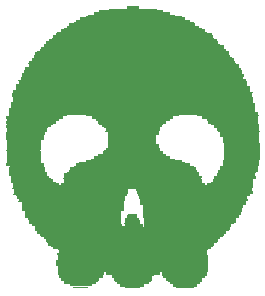
<source format=gbo>
G75*
%MOIN*%
%OFA0B0*%
%FSLAX24Y24*%
%IPPOS*%
%LPD*%
%AMOC8*
5,1,8,0,0,1.08239X$1,22.5*
%
%ADD10R,0.0500X0.0033*%
%ADD11R,0.0633X0.0033*%
%ADD12R,0.0800X0.0033*%
%ADD13R,0.0833X0.0033*%
%ADD14R,0.0766X0.0033*%
%ADD15R,0.0766X0.0033*%
%ADD16R,0.0800X0.0033*%
%ADD17R,0.0833X0.0033*%
%ADD18R,0.1067X0.0033*%
%ADD19R,0.1066X0.0033*%
%ADD20R,0.0967X0.0033*%
%ADD21R,0.1166X0.0033*%
%ADD22R,0.1167X0.0033*%
%ADD23R,0.1133X0.0033*%
%ADD24R,0.1267X0.0033*%
%ADD25R,0.1266X0.0033*%
%ADD26R,0.1200X0.0033*%
%ADD27R,0.1267X0.0033*%
%ADD28R,0.1266X0.0033*%
%ADD29R,0.1200X0.0033*%
%ADD30R,0.1434X0.0033*%
%ADD31R,0.1333X0.0033*%
%ADD32R,0.1400X0.0033*%
%ADD33R,0.1434X0.0033*%
%ADD34R,0.1400X0.0033*%
%ADD35R,0.1500X0.0033*%
%ADD36R,0.1566X0.0033*%
%ADD37R,0.1833X0.0033*%
%ADD38R,0.1500X0.0033*%
%ADD39R,0.1566X0.0033*%
%ADD40R,0.1833X0.0033*%
%ADD41R,0.5033X0.0033*%
%ADD42R,0.5033X0.0033*%
%ADD43R,0.5067X0.0033*%
%ADD44R,0.5067X0.0033*%
%ADD45R,0.5000X0.0033*%
%ADD46R,0.5000X0.0033*%
%ADD47R,0.4934X0.0033*%
%ADD48R,0.4934X0.0033*%
%ADD49R,0.5267X0.0033*%
%ADD50R,0.5267X0.0033*%
%ADD51R,0.5400X0.0033*%
%ADD52R,0.5533X0.0033*%
%ADD53R,0.5533X0.0033*%
%ADD54R,0.5667X0.0033*%
%ADD55R,0.5766X0.0033*%
%ADD56R,0.5766X0.0033*%
%ADD57R,0.5867X0.0033*%
%ADD58R,0.6067X0.0033*%
%ADD59R,0.6133X0.0033*%
%ADD60R,0.6300X0.0033*%
%ADD61R,0.6300X0.0033*%
%ADD62R,0.6467X0.0033*%
%ADD63R,0.6500X0.0033*%
%ADD64R,0.6500X0.0033*%
%ADD65R,0.3633X0.0033*%
%ADD66R,0.2900X0.0033*%
%ADD67R,0.2967X0.0033*%
%ADD68R,0.0633X0.0033*%
%ADD69R,0.2967X0.0033*%
%ADD70R,0.2900X0.0033*%
%ADD71R,0.3067X0.0033*%
%ADD72R,0.0533X0.0033*%
%ADD73R,0.3000X0.0033*%
%ADD74R,0.0500X0.0033*%
%ADD75R,0.3066X0.0033*%
%ADD76R,0.3067X0.0033*%
%ADD77R,0.3066X0.0033*%
%ADD78R,0.3100X0.0033*%
%ADD79R,0.0434X0.0033*%
%ADD80R,0.3100X0.0033*%
%ADD81R,0.0434X0.0033*%
%ADD82R,0.3200X0.0033*%
%ADD83R,0.0333X0.0033*%
%ADD84R,0.3200X0.0033*%
%ADD85R,0.0333X0.0033*%
%ADD86R,0.0300X0.0033*%
%ADD87R,0.3234X0.0033*%
%ADD88R,0.3233X0.0033*%
%ADD89R,0.3233X0.0033*%
%ADD90R,0.3234X0.0033*%
%ADD91R,0.3300X0.0033*%
%ADD92R,0.3400X0.0033*%
%ADD93R,0.3400X0.0033*%
%ADD94R,0.3300X0.0033*%
%ADD95R,0.3334X0.0033*%
%ADD96R,0.3433X0.0033*%
%ADD97R,0.3334X0.0033*%
%ADD98R,0.3433X0.0033*%
%ADD99R,0.3534X0.0033*%
%ADD100R,0.3534X0.0033*%
%ADD101R,0.3533X0.0033*%
%ADD102R,0.3566X0.0033*%
%ADD103R,0.3567X0.0033*%
%ADD104R,0.3566X0.0033*%
%ADD105R,0.3567X0.0033*%
%ADD106R,0.3633X0.0033*%
%ADD107R,0.3700X0.0033*%
%ADD108R,0.3733X0.0033*%
%ADD109R,0.3800X0.0033*%
%ADD110R,0.3733X0.0033*%
%ADD111R,0.3833X0.0033*%
%ADD112R,0.3834X0.0033*%
%ADD113R,0.3833X0.0033*%
%ADD114R,0.3834X0.0033*%
%ADD115R,0.3867X0.0033*%
%ADD116R,0.8000X0.0033*%
%ADD117R,0.8033X0.0033*%
%ADD118R,0.8033X0.0033*%
%ADD119R,0.4800X0.0033*%
%ADD120R,0.1533X0.0033*%
%ADD121R,0.4633X0.0033*%
%ADD122R,0.4633X0.0033*%
%ADD123R,0.1333X0.0033*%
%ADD124R,0.1334X0.0033*%
%ADD125R,0.4600X0.0033*%
%ADD126R,0.1367X0.0033*%
%ADD127R,0.1234X0.0033*%
%ADD128R,0.4567X0.0033*%
%ADD129R,0.1234X0.0033*%
%ADD130R,0.4567X0.0033*%
%ADD131R,0.1367X0.0033*%
%ADD132R,0.4500X0.0033*%
%ADD133R,0.4500X0.0033*%
%ADD134R,0.4400X0.0033*%
%ADD135R,0.4266X0.0033*%
%ADD136R,0.4266X0.0033*%
%ADD137R,0.1334X0.0033*%
%ADD138R,0.4167X0.0033*%
%ADD139R,0.4167X0.0033*%
%ADD140R,0.1166X0.0033*%
%ADD141R,0.4033X0.0033*%
%ADD142R,0.3767X0.0033*%
%ADD143R,0.1167X0.0033*%
%ADD144R,0.3767X0.0033*%
%ADD145R,0.2800X0.0033*%
%ADD146R,0.2566X0.0033*%
%ADD147R,0.2566X0.0033*%
%ADD148R,0.2267X0.0033*%
%ADD149R,0.2267X0.0033*%
%ADD150R,0.2033X0.0033*%
%ADD151R,0.2033X0.0033*%
%ADD152R,0.1133X0.0033*%
%ADD153R,0.1867X0.0033*%
%ADD154R,0.1700X0.0033*%
%ADD155R,0.1700X0.0033*%
%ADD156R,0.1600X0.0033*%
%ADD157R,0.1600X0.0033*%
%ADD158R,0.1300X0.0033*%
%ADD159R,0.1300X0.0033*%
%ADD160R,0.1366X0.0033*%
%ADD161R,0.1800X0.0033*%
%ADD162R,0.1366X0.0033*%
%ADD163R,0.2000X0.0033*%
%ADD164R,0.2000X0.0033*%
%ADD165R,0.2133X0.0033*%
%ADD166R,0.1666X0.0033*%
%ADD167R,0.1667X0.0033*%
%ADD168R,0.1666X0.0033*%
%ADD169R,0.1667X0.0033*%
%ADD170R,0.1766X0.0033*%
%ADD171R,0.2466X0.0033*%
%ADD172R,0.1766X0.0033*%
%ADD173R,0.2466X0.0033*%
%ADD174R,0.1900X0.0033*%
%ADD175R,0.2700X0.0033*%
%ADD176R,0.1900X0.0033*%
%ADD177R,0.2700X0.0033*%
%ADD178R,0.1867X0.0033*%
%ADD179R,0.1933X0.0033*%
%ADD180R,0.2034X0.0033*%
%ADD181R,0.8300X0.0033*%
%ADD182R,0.8300X0.0033*%
%ADD183R,0.8200X0.0033*%
%ADD184R,0.8200X0.0033*%
%ADD185R,0.8134X0.0033*%
%ADD186R,0.8134X0.0033*%
%ADD187R,0.8067X0.0033*%
%ADD188R,0.8000X0.0033*%
%ADD189R,0.7967X0.0033*%
%ADD190R,0.7900X0.0033*%
%ADD191R,0.7800X0.0033*%
%ADD192R,0.7800X0.0033*%
%ADD193R,0.7700X0.0033*%
%ADD194R,0.7633X0.0033*%
%ADD195R,0.7633X0.0033*%
%ADD196R,0.7600X0.0033*%
%ADD197R,0.7500X0.0033*%
%ADD198R,0.7400X0.0033*%
%ADD199R,0.7400X0.0033*%
%ADD200R,0.7367X0.0033*%
%ADD201R,0.7367X0.0033*%
%ADD202R,0.7333X0.0033*%
%ADD203R,0.7266X0.0033*%
%ADD204R,0.7266X0.0033*%
%ADD205R,0.7167X0.0033*%
%ADD206R,0.7167X0.0033*%
%ADD207R,0.7133X0.0033*%
%ADD208R,0.7033X0.0033*%
%ADD209R,0.7033X0.0033*%
%ADD210R,0.6933X0.0033*%
%ADD211R,0.6834X0.0033*%
%ADD212R,0.6834X0.0033*%
%ADD213R,0.6734X0.0033*%
%ADD214R,0.6734X0.0033*%
%ADD215R,0.6567X0.0033*%
%ADD216R,0.6533X0.0033*%
%ADD217R,0.6533X0.0033*%
%ADD218R,0.6467X0.0033*%
%ADD219R,0.6400X0.0033*%
%ADD220R,0.6200X0.0033*%
%ADD221R,0.6200X0.0033*%
%ADD222R,0.6100X0.0033*%
%ADD223R,0.6100X0.0033*%
%ADD224R,0.5967X0.0033*%
%ADD225R,0.5867X0.0033*%
%ADD226R,0.5633X0.0033*%
%ADD227R,0.5433X0.0033*%
%ADD228R,0.5334X0.0033*%
%ADD229R,0.5334X0.0033*%
%ADD230R,0.5167X0.0033*%
%ADD231R,0.4800X0.0033*%
%ADD232R,0.4400X0.0033*%
%ADD233R,0.4200X0.0033*%
%ADD234R,0.4200X0.0033*%
%ADD235R,0.3500X0.0033*%
%ADD236R,0.3500X0.0033*%
%ADD237R,0.2133X0.0033*%
%ADD238R,0.1567X0.0033*%
%ADD239R,0.0367X0.0033*%
%ADD240R,0.0367X0.0033*%
D10*
X003584Y012029D03*
X005317Y012029D03*
X005317Y014229D03*
D11*
X005350Y014129D03*
X007050Y012029D03*
D12*
X005301Y012062D03*
X005301Y012095D03*
D13*
X007050Y012095D03*
X007050Y012062D03*
D14*
X003584Y012095D03*
D15*
X003584Y012129D03*
D16*
X005301Y012129D03*
D17*
X007050Y012129D03*
D18*
X003567Y012162D03*
X003567Y012195D03*
D19*
X005334Y012195D03*
X005334Y012162D03*
D20*
X007050Y012162D03*
X007050Y012195D03*
D21*
X003584Y012229D03*
X001684Y016229D03*
X001684Y016329D03*
X001684Y016429D03*
X001684Y016529D03*
X001684Y016629D03*
X001684Y016729D03*
X001684Y016829D03*
X001684Y016929D03*
D22*
X005317Y012229D03*
X008917Y016129D03*
X008917Y016229D03*
X008950Y016329D03*
X008950Y016429D03*
X008950Y016529D03*
X008950Y016629D03*
X008950Y016729D03*
X008950Y016829D03*
D23*
X007067Y012229D03*
D24*
X008767Y015762D03*
X008767Y015795D03*
X008867Y015962D03*
X008867Y015995D03*
X008867Y016062D03*
X003567Y012295D03*
X003567Y012262D03*
D25*
X005334Y012262D03*
X005334Y012295D03*
X001834Y015762D03*
X001834Y015795D03*
X001834Y015862D03*
X001734Y016095D03*
X001734Y016162D03*
X001734Y016962D03*
X001734Y016995D03*
X001734Y017062D03*
X001734Y017095D03*
D26*
X001801Y015995D03*
X001801Y015962D03*
X001801Y015895D03*
X007034Y012295D03*
X007034Y012262D03*
X008934Y016862D03*
X008934Y016895D03*
X008934Y016962D03*
X008934Y016995D03*
D27*
X008867Y016029D03*
X008767Y015829D03*
X003567Y012329D03*
D28*
X005334Y012329D03*
X001834Y015829D03*
X001734Y016129D03*
X001734Y017029D03*
D29*
X001801Y016029D03*
X001801Y015929D03*
X007034Y012329D03*
X008934Y016929D03*
X008934Y017029D03*
D30*
X003584Y012395D03*
X003584Y012362D03*
D31*
X005300Y012362D03*
X005300Y012395D03*
X008667Y015562D03*
X008667Y015595D03*
D32*
X008834Y017262D03*
X008834Y017295D03*
X007034Y012395D03*
X007034Y012362D03*
X001967Y015562D03*
X001967Y015595D03*
X001801Y017362D03*
D33*
X003584Y012429D03*
D34*
X005334Y012429D03*
X008634Y015529D03*
X008834Y017329D03*
X001967Y015629D03*
D35*
X002017Y015529D03*
X001851Y017429D03*
X007051Y012529D03*
X007051Y012429D03*
X008784Y017429D03*
D36*
X003584Y012495D03*
X003584Y012462D03*
X002084Y015462D03*
X002084Y015495D03*
X001884Y017462D03*
D37*
X005317Y017295D03*
X005317Y017262D03*
X005317Y016662D03*
X005317Y012495D03*
X005317Y012462D03*
D38*
X007051Y012462D03*
X007051Y012495D03*
X008784Y017362D03*
X008784Y017395D03*
X001851Y017395D03*
D39*
X003584Y012529D03*
D40*
X005317Y012529D03*
X005317Y016629D03*
X005317Y017329D03*
D41*
X005317Y013295D03*
X005317Y013095D03*
X005317Y013062D03*
X005317Y012995D03*
X005317Y012962D03*
X005317Y012695D03*
X005317Y012662D03*
X005317Y012595D03*
X005317Y012562D03*
D42*
X005317Y012629D03*
X005317Y012729D03*
X005317Y013029D03*
D43*
X005300Y012895D03*
X005300Y012862D03*
X005300Y012795D03*
X005300Y012762D03*
D44*
X005300Y012829D03*
X005300Y012929D03*
D45*
X005301Y013129D03*
X005301Y020529D03*
D46*
X005301Y013162D03*
D47*
X005334Y013195D03*
X005334Y013262D03*
D48*
X005334Y013229D03*
D49*
X005300Y013329D03*
D50*
X005300Y013362D03*
D51*
X005301Y013395D03*
D52*
X005267Y013429D03*
D53*
X005267Y013462D03*
X005267Y013495D03*
D54*
X005300Y013529D03*
D55*
X005284Y013562D03*
X005284Y013595D03*
X005284Y020162D03*
X005284Y020195D03*
D56*
X005284Y020229D03*
X005284Y013629D03*
D57*
X005300Y013662D03*
X005300Y013695D03*
D58*
X005300Y013729D03*
D59*
X005300Y013762D03*
X005300Y013795D03*
D60*
X005284Y013829D03*
D61*
X005284Y013862D03*
X005284Y013895D03*
D62*
X005300Y013929D03*
X005300Y019829D03*
D63*
X005317Y013995D03*
X005317Y013962D03*
D64*
X005317Y014029D03*
D65*
X003850Y014062D03*
X003250Y014995D03*
X003250Y015062D03*
X007317Y015062D03*
X007317Y014995D03*
D66*
X007151Y014095D03*
X007151Y014062D03*
X005284Y021095D03*
D67*
X003450Y014095D03*
D68*
X005350Y014095D03*
D69*
X003450Y014129D03*
D70*
X007151Y014129D03*
D71*
X003400Y014162D03*
X003400Y014195D03*
X003400Y014262D03*
D72*
X005300Y014162D03*
D73*
X007201Y014162D03*
D74*
X005317Y014195D03*
X005317Y014262D03*
D75*
X007234Y014262D03*
X007234Y014295D03*
X007234Y014195D03*
D76*
X003400Y014229D03*
D77*
X007234Y014229D03*
X007234Y014329D03*
D78*
X005317Y017762D03*
X003384Y014295D03*
D79*
X005284Y014295D03*
D80*
X003384Y014329D03*
D81*
X005284Y014329D03*
D82*
X003334Y014362D03*
X003334Y014395D03*
X003334Y014462D03*
X007267Y014395D03*
X007267Y014362D03*
D83*
X005300Y014362D03*
X005300Y014395D03*
D84*
X003334Y014429D03*
X007267Y014429D03*
D85*
X005300Y014429D03*
D86*
X005317Y014462D03*
D87*
X007284Y014462D03*
X007284Y014495D03*
D88*
X005350Y016262D03*
X005350Y021062D03*
X003317Y014562D03*
X003317Y014495D03*
D89*
X003317Y014529D03*
X005350Y016229D03*
D90*
X007284Y014529D03*
D91*
X007317Y014562D03*
X007317Y014595D03*
X007317Y014662D03*
D92*
X003334Y014662D03*
X003334Y014695D03*
X003334Y014595D03*
D93*
X003334Y014629D03*
D94*
X007317Y014629D03*
D95*
X007334Y014695D03*
X007334Y014762D03*
D96*
X003317Y014729D03*
X003317Y014829D03*
D97*
X007334Y014729D03*
D98*
X003317Y014762D03*
X003317Y014795D03*
X003317Y014862D03*
D99*
X007334Y014862D03*
X007334Y014895D03*
X007334Y014795D03*
D100*
X007334Y014829D03*
D101*
X005300Y016195D03*
X003267Y014895D03*
D102*
X003284Y014929D03*
D103*
X007350Y014929D03*
D104*
X003284Y014962D03*
D105*
X007350Y014962D03*
D106*
X007317Y015029D03*
X003250Y015029D03*
D107*
X003284Y015095D03*
D108*
X007367Y015095D03*
D109*
X003234Y015129D03*
D110*
X007367Y015129D03*
D111*
X003250Y015162D03*
X003250Y015195D03*
X003250Y015262D03*
X003250Y015295D03*
D112*
X007384Y015195D03*
X007384Y015162D03*
D113*
X003250Y015229D03*
D114*
X007384Y015229D03*
D115*
X007367Y015262D03*
X007367Y015295D03*
D116*
X005301Y015329D03*
X005301Y018429D03*
D117*
X005317Y018362D03*
X005317Y018295D03*
X005317Y018262D03*
X005317Y015395D03*
X005317Y015362D03*
D118*
X005317Y015429D03*
X005317Y018229D03*
X005317Y018329D03*
D119*
X005334Y020562D03*
X005334Y020595D03*
X005334Y015495D03*
X005334Y015462D03*
D120*
X008567Y015462D03*
X008567Y015495D03*
D121*
X005317Y015529D03*
X005317Y015629D03*
D122*
X005317Y015595D03*
X005317Y015562D03*
X005317Y020662D03*
D123*
X008667Y015629D03*
D124*
X008834Y015895D03*
X001934Y015662D03*
D125*
X005301Y015662D03*
D126*
X008717Y015662D03*
X008717Y015695D03*
D127*
X008784Y015862D03*
X001884Y015695D03*
D128*
X005317Y015695D03*
D129*
X001884Y015729D03*
D130*
X005317Y015729D03*
D131*
X008717Y015729D03*
X008850Y017229D03*
D132*
X005284Y015795D03*
X005284Y015762D03*
D133*
X005284Y015829D03*
D134*
X005334Y015862D03*
X005334Y020695D03*
D135*
X005334Y015895D03*
D136*
X005334Y015929D03*
D137*
X008834Y015929D03*
D138*
X005317Y015962D03*
X005317Y015995D03*
D139*
X005317Y016029D03*
D140*
X001784Y016062D03*
X001684Y016195D03*
X001684Y016262D03*
X001684Y016295D03*
X001684Y016362D03*
X001684Y016395D03*
X001684Y016462D03*
X001684Y016495D03*
X001684Y016562D03*
X001684Y016662D03*
X001684Y016695D03*
X001684Y016762D03*
X001684Y016795D03*
X001684Y016862D03*
X001684Y016895D03*
D141*
X005350Y016062D03*
X005350Y020862D03*
D142*
X005317Y020895D03*
X005317Y016162D03*
X005317Y016095D03*
D143*
X008917Y016095D03*
X008917Y016162D03*
X008917Y016195D03*
X008917Y016262D03*
X008950Y016295D03*
X008950Y016362D03*
X008950Y016395D03*
X008950Y016462D03*
X008950Y016495D03*
X008950Y016562D03*
X008950Y016595D03*
X008950Y016662D03*
X008950Y016695D03*
X008950Y016762D03*
X008950Y016795D03*
D144*
X005317Y016129D03*
X005317Y020929D03*
D145*
X005334Y016295D03*
D146*
X005284Y016329D03*
X005284Y021129D03*
D147*
X005284Y021162D03*
X005284Y021195D03*
X005284Y016395D03*
X005284Y016362D03*
D148*
X005300Y016429D03*
X005300Y017529D03*
D149*
X005300Y017562D03*
X005300Y017495D03*
X005300Y016462D03*
D150*
X005317Y016495D03*
X005317Y016562D03*
D151*
X005317Y016529D03*
D152*
X001667Y016595D03*
D153*
X005300Y016595D03*
X005300Y017362D03*
X008567Y017662D03*
X008567Y017695D03*
D154*
X008651Y017595D03*
X005351Y017195D03*
X005351Y017162D03*
X005351Y016795D03*
X005351Y016762D03*
X005351Y016695D03*
D155*
X005351Y016729D03*
X005351Y017129D03*
X008651Y017629D03*
D156*
X005301Y017029D03*
X005301Y016929D03*
X005301Y016829D03*
D157*
X005301Y016862D03*
X005301Y016895D03*
X005301Y016962D03*
X005301Y016995D03*
X005301Y017062D03*
X005301Y017095D03*
X008734Y017462D03*
D158*
X008884Y017195D03*
X008884Y017162D03*
X008884Y017095D03*
X008884Y017062D03*
X001751Y017162D03*
X001751Y017195D03*
D159*
X001751Y017129D03*
X008884Y017129D03*
D160*
X001784Y017229D03*
X001784Y017329D03*
D161*
X005301Y017229D03*
D162*
X001784Y017262D03*
X001784Y017295D03*
D163*
X005301Y017395D03*
D164*
X005301Y017429D03*
D165*
X005267Y017462D03*
X005267Y021262D03*
D166*
X001934Y017562D03*
X001934Y017495D03*
D167*
X008667Y017495D03*
X008667Y017562D03*
D168*
X001934Y017529D03*
D169*
X008667Y017529D03*
D170*
X001984Y017595D03*
D171*
X005334Y017595D03*
D172*
X001984Y017629D03*
D173*
X005334Y017629D03*
D174*
X002051Y017662D03*
X002051Y017695D03*
D175*
X005317Y017695D03*
X005317Y017662D03*
D176*
X002051Y017729D03*
D177*
X005317Y017729D03*
D178*
X008567Y017729D03*
D179*
X002167Y017762D03*
D180*
X008484Y017762D03*
D181*
X005351Y017795D03*
X005351Y017862D03*
D182*
X005351Y017829D03*
D183*
X005301Y017895D03*
X005301Y017962D03*
X005301Y017995D03*
D184*
X005301Y017929D03*
D185*
X005334Y018029D03*
X005334Y018129D03*
D186*
X005334Y018162D03*
X005334Y018095D03*
X005334Y018062D03*
D187*
X005300Y018195D03*
D188*
X005301Y018395D03*
X005301Y018462D03*
X005301Y018495D03*
D189*
X005317Y018529D03*
D190*
X005284Y018562D03*
X005284Y018595D03*
D191*
X005334Y018629D03*
X005334Y018729D03*
D192*
X005334Y018695D03*
X005334Y018662D03*
D193*
X005284Y018762D03*
X005284Y018795D03*
D194*
X005317Y018829D03*
D195*
X005317Y018862D03*
X005317Y018895D03*
D196*
X005301Y018929D03*
D197*
X005351Y018962D03*
D198*
X005301Y018995D03*
D199*
X005301Y019029D03*
D200*
X005317Y019062D03*
X005317Y019095D03*
D201*
X005317Y019129D03*
D202*
X005300Y019162D03*
D203*
X005334Y019195D03*
X005334Y019262D03*
D204*
X005334Y019229D03*
D205*
X005317Y019295D03*
D206*
X005317Y019329D03*
D207*
X005300Y019362D03*
D208*
X005350Y019395D03*
X005350Y019462D03*
D209*
X005350Y019429D03*
D210*
X005300Y019495D03*
D211*
X005284Y019529D03*
D212*
X005284Y019562D03*
D213*
X005334Y019595D03*
X005334Y019662D03*
D214*
X005334Y019629D03*
D215*
X005317Y019695D03*
D216*
X005300Y019729D03*
D217*
X005300Y019762D03*
D218*
X005300Y019795D03*
X005300Y019862D03*
D219*
X005334Y019895D03*
D220*
X005334Y019929D03*
D221*
X005334Y019962D03*
D222*
X005317Y019995D03*
D223*
X005317Y020029D03*
D224*
X005350Y020062D03*
X005350Y020095D03*
D225*
X005300Y020129D03*
D226*
X005317Y020262D03*
X005317Y020295D03*
D227*
X005317Y020329D03*
D228*
X005334Y020362D03*
X005334Y020395D03*
D229*
X005334Y020429D03*
D230*
X005350Y020462D03*
X005350Y020495D03*
D231*
X005334Y020629D03*
D232*
X005334Y020729D03*
D233*
X005301Y020762D03*
X005301Y020795D03*
D234*
X005301Y020829D03*
D235*
X005317Y020962D03*
X005317Y020995D03*
D236*
X005317Y021029D03*
D237*
X005267Y021229D03*
D238*
X005317Y021295D03*
D239*
X005317Y021329D03*
D240*
X005317Y021362D03*
X005317Y021395D03*
M02*

</source>
